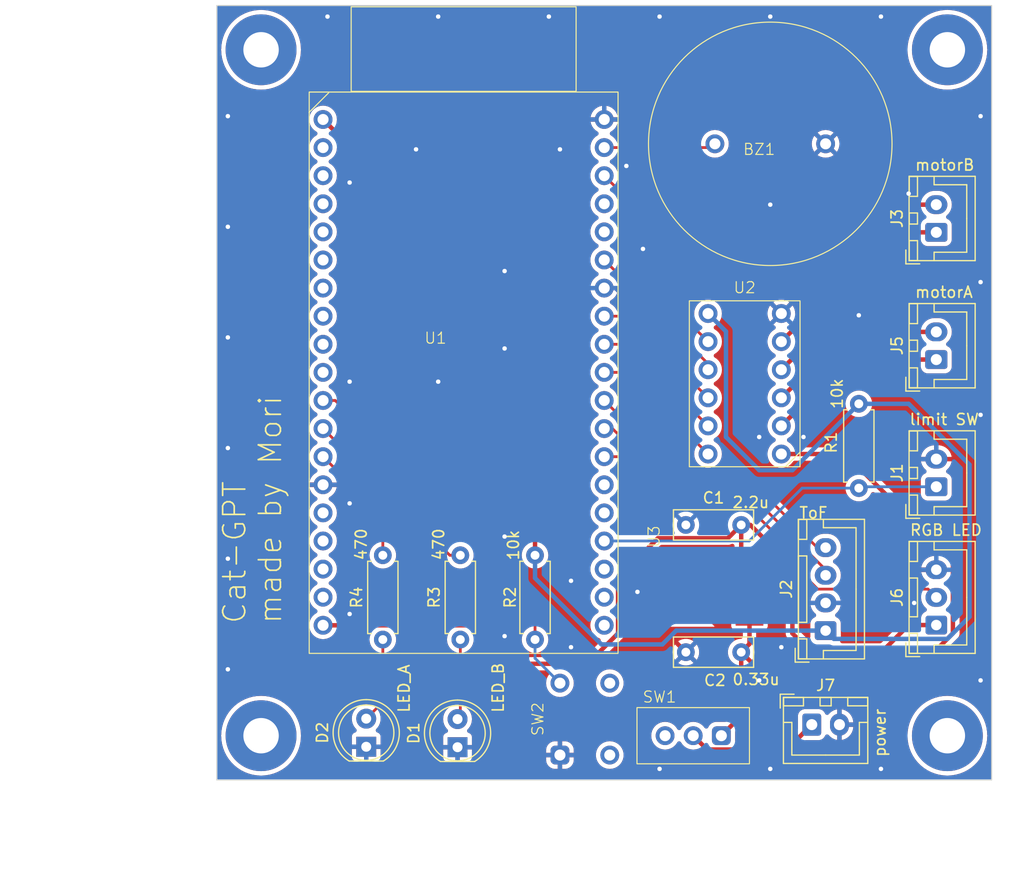
<source format=kicad_pcb>
(kicad_pcb (version 20221018) (generator pcbnew)
  (layers (0 "F.Cu" signal) (31 "B.Cu" signal) (34 "B.Paste" user) (35 "F.Paste" user) (36 "B.SilkS" user "B.Silkscreen") (37 "F.SilkS" user "F.Silkscreen") (38 "B.Mask" user) (39 "F.Mask" user) (44 "Edge.Cuts" user))
  (net 0 "")
  (net 1 "BUZZER")
  (net 2 "SCL")
  (net 3 "SDA")
  (net 4 "Net-(J3-Pin_1)")
  (net 5 "Net-(J3-Pin_2)")
  (net 6 "Net-(J5-Pin_1)")
  (net 7 "Net-(J5-Pin_2)")
  (net 15 "LED_A")
  (net 18 "BIN2")
  (net 19 "BIN1")
  (net 20 "AIN2")
  (net 23 "AIN1")
  (net 24 "MODE")
  (net 25 "LED_B")
  (net 26 "LIMIT_SW")
  (net 27 "+3.3V")
  (net 28 "GND")
  (net 29 "+5V")
  (net 31 "RGBLED")
  (net 32 "Net-(J7-Pin_1)")
  (net 33 "SW")
  (net 34 "VCC")
  (net 39 "Net-(D1-A)")
  (net 40 "Net-(D2-A)")
  (footprint "mori:PKM22EPP-40" (layer "F.Cu") (at 154 87.5 180)
    (fp_text reference "BZ1" (at 1 -0.5 unlocked) (layer "F.SilkS") (effects (font (thickness 0.1))))
    (fp_text value "Buzzer")
    (fp_circle (center 0 0) (end 11 0) (stroke (width 0.1)) (fill none) (layer "F.SilkS"))
    (pad "1" thru_hole circle (at 5 0 180) (size 1.7 1.7) (drill 1) (layers "*.Cu" "*.Mask") (net 1 "BUZZER"))
    (pad "2" thru_hole circle (at -5 0 180) (size 1.7 1.7) (drill 1) (layers "*.Cu" "*.Mask") (net 28 "GND"))
  )
  (footprint "Resistor_THT:R_Axial_DIN0207_L6.3mm_D2.5mm_P7.62mm_Horizontal" (layer "F.Cu") (at 162 111 -90)
    (fp_text reference "R1" (at 3.5 2.5 90) (layer "F.SilkS"))
    (fp_text value "10k")
    (fp_line (start 0.54 -1.37) (end 7.08 -1.37) (stroke (width 0.12)) (layer "F.SilkS"))
    (fp_line (start 0.54 -1.04) (end 0.54 -1.37) (stroke (width 0.12)) (layer "F.SilkS"))
    (fp_line (start 0.54 1.04) (end 0.54 1.37) (stroke (width 0.12)) (layer "F.SilkS"))
    (fp_line (start 0.54 1.37) (end 7.08 1.37) (stroke (width 0.12)) (layer "F.SilkS"))
    (fp_line (start 7.08 -1.37) (end 7.08 -1.04) (stroke (width 0.12)) (layer "F.SilkS"))
    (fp_line (start 7.08 1.37) (end 7.08 1.04) (stroke (width 0.12)) (layer "F.SilkS"))
    (pad "1" thru_hole circle (at 0 0 270) (size 1.6 1.6) (drill 0.8) (layers "*.Cu" "*.Mask") (net 27 "+3.3V"))
    (pad "2" thru_hole oval (at 7.62 0 270) (size 1.6 1.6) (drill 0.8) (layers "*.Cu" "*.Mask") (net 26 "LIMIT_SW"))
  )
  (footprint "mori:ESP32" (layer "F.Cu") (at 126.3 131.02)
    (fp_text reference "U1" (at -2.54 -25.96 unlocked) (layer "F.SilkS") (effects (font (thickness 0.1))))
    (fp_text value "~")
    (fp_line (start -12.192 -48.133) (end -13.97 -46.355) (stroke (width 0.1)) (layer "F.SilkS"))
    (fp_rect (start -13.95 -48.2) (end 13.95 2.54) (stroke (width 0.1)) (fill none) (layer "F.SilkS"))
    (fp_rect (start -10.16 -55.9054) (end 10.16 -48.26) (stroke (width 0.1)) (fill none) (layer "F.SilkS"))
    (pad "1" thru_hole circle (at -12.7 -45.72) (size 1.7 1.7) (drill 1) (layers "*.Cu" "*.Mask") (net 27 "+3.3V"))
    (pad "2" thru_hole oval (at -12.7 -43.18) (size 1.7 1.7) (drill 1) (layers "*.Cu" "*.Mask"))
    (pad "3" thru_hole oval (at -12.7 -40.64) (size 1.7 1.7) (drill 1) (layers "*.Cu" "*.Mask"))
    (pad "4" thru_hole oval (at -12.7 -38.1) (size 1.7 1.7) (drill 1) (layers "*.Cu" "*.Mask"))
    (pad "5" thru_hole oval (at -12.7 -35.56) (size 1.7 1.7) (drill 1) (layers "*.Cu" "*.Mask"))
    (pad "6" thru_hole oval (at -12.7 -33.02) (size 1.7 1.7) (drill 1) (layers "*.Cu" "*.Mask"))
    (pad "7" thru_hole oval (at -12.7 -30.48) (size 1.7 1.7) (drill 1) (layers "*.Cu" "*.Mask"))
    (pad "8" thru_hole oval (at -12.7 -27.94) (size 1.7 1.7) (drill 1) (layers "*.Cu" "*.Mask"))
    (pad "9" thru_hole oval (at -12.7 -25.4) (size 1.7 1.7) (drill 1) (layers "*.Cu" "*.Mask"))
    (pad "10" thru_hole oval (at -12.7 -22.86) (size 1.7 1.7) (drill 1) (layers "*.Cu" "*.Mask"))
    (pad "11" thru_hole oval (at -12.7 -20.32) (size 1.7 1.7) (drill 1) (layers "*.Cu" "*.Mask") (net 33 "SW"))
    (pad "12" thru_hole oval (at -12.7 -17.78) (size 1.7 1.7) (drill 1) (layers "*.Cu" "*.Mask") (net 15 "LED_A"))
    (pad "13" thru_hole oval (at -12.7 -15.24) (size 1.7 1.7) (drill 1) (layers "*.Cu" "*.Mask") (net 25 "LED_B"))
    (pad "14" thru_hole oval (at -12.7 -12.7) (size 1.7 1.7) (drill 1) (layers "*.Cu" "*.Mask") (net 28 "GND"))
    (pad "15" thru_hole oval (at -12.7 -10.16) (size 1.7 1.7) (drill 1) (layers "*.Cu" "*.Mask"))
    (pad "16" thru_hole oval (at -12.7 -7.62) (size 1.7 1.7) (drill 1) (layers "*.Cu" "*.Mask"))
    (pad "17" thru_hole oval (at -12.7 -5.08) (size 1.7 1.7) (drill 1) (layers "*.Cu" "*.Mask"))
    (pad "18" thru_hole oval (at -12.7 -2.54) (size 1.7 1.7) (drill 1) (layers "*.Cu" "*.Mask"))
    (pad "19" thru_hole oval (at -12.7 0) (size 1.7 1.7) (drill 1) (layers "*.Cu" "*.Mask") (net 29 "+5V"))
    (pad "20" thru_hole oval (at 12.7 0) (size 1.7 1.7) (drill 1) (layers "*.Cu" "*.Mask"))
    (pad "21" thru_hole oval (at 12.7 -2.54) (size 1.7 1.7) (drill 1) (layers "*.Cu" "*.Mask"))
    (pad "22" thru_hole oval (at 12.7 -5.08) (size 1.7 1.7) (drill 1) (layers "*.Cu" "*.Mask"))
    (pad "23" thru_hole oval (at 12.7 -7.62) (size 1.7 1.7) (drill 1) (layers "*.Cu" "*.Mask") (net 26 "LIMIT_SW"))
    (pad "24" thru_hole oval (at 12.7 -10.16) (size 1.7 1.7) (drill 1) (layers "*.Cu" "*.Mask"))
    (pad "25" thru_hole oval (at 12.7 -12.7) (size 1.7 1.7) (drill 1) (layers "*.Cu" "*.Mask"))
    (pad "26" thru_hole oval (at 12.7 -15.24) (size 1.7 1.7) (drill 1) (layers "*.Cu" "*.Mask") (net 31 "RGBLED"))
    (pad "27" thru_hole oval (at 12.7 -17.78) (size 1.7 1.7) (drill 1) (layers "*.Cu" "*.Mask") (net 3 "SDA"))
    (pad "28" thru_hole oval (at 12.7 -20.32) (size 1.7 1.7) (drill 1) (layers "*.Cu" "*.Mask") (net 2 "SCL"))
    (pad "29" thru_hole oval (at 12.7 -22.86) (size 1.7 1.7) (drill 1) (layers "*.Cu" "*.Mask") (net 18 "BIN2"))
    (pad "30" thru_hole oval (at 12.7 -25.4) (size 1.7 1.7) (drill 1) (layers "*.Cu" "*.Mask") (net 19 "BIN1"))
    (pad "31" thru_hole oval (at 12.7 -27.94) (size 1.7 1.7) (drill 1) (layers "*.Cu" "*.Mask") (net 20 "AIN2"))
    (pad "32" thru_hole oval (at 12.7 -30.48) (size 1.7 1.7) (drill 1) (layers "*.Cu" "*.Mask") (net 28 "GND"))
    (pad "33" thru_hole oval (at 12.7 -33.02) (size 1.7 1.7) (drill 1) (layers "*.Cu" "*.Mask") (net 23 "AIN1"))
    (pad "34" thru_hole oval (at 12.7 -35.56) (size 1.7 1.7) (drill 1) (layers "*.Cu" "*.Mask"))
    (pad "35" thru_hole oval (at 12.7 -38.1) (size 1.7 1.7) (drill 1) (layers "*.Cu" "*.Mask"))
    (pad "36" thru_hole oval (at 12.7 -40.64) (size 1.7 1.7) (drill 1) (layers "*.Cu" "*.Mask") (net 24 "MODE"))
    (pad "37" thru_hole oval (at 12.7 -43.18) (size 1.7 1.7) (drill 1) (layers "*.Cu" "*.Mask") (net 1 "BUZZER"))
    (pad "38" thru_hole oval (at 12.7 -45.72) (size 1.7 1.7) (drill 1) (layers "*.Cu" "*.Mask") (net 28 "GND"))
  )
  (footprint "Connector_JST:JST_XH_B4B-XH-A_1x04_P2.50mm_Vertical" (layer "F.Cu") (at 159 131.5 90)
    (fp_text reference "J2" (at 3.75 -3.55 90) (layer "F.SilkS"))
    (fp_text value "Conn_01x04")
    (fp_line (start -2.85 -2.75) (end -2.85 -1.5) (stroke (width 0.12)) (layer "F.SilkS"))
    (fp_line (start -2.56 -2.46) (end -2.56 3.51) (stroke (width 0.12)) (layer "F.SilkS"))
    (fp_line (start -2.56 3.51) (end 10.06 3.51) (stroke (width 0.12)) (layer "F.SilkS"))
    (fp_line (start -2.55 -2.45) (end -2.55 -1.7) (stroke (width 0.12)) (layer "F.SilkS"))
    (fp_line (start -2.55 -1.7) (end -0.75 -1.7) (stroke (width 0.12)) (layer "F.SilkS"))
    (fp_line (start -2.55 -0.2) (end -1.8 -0.2) (stroke (width 0.12)) (layer "F.SilkS"))
    (fp_line (start -1.8 -0.2) (end -1.8 2.75) (stroke (width 0.12)) (layer "F.SilkS"))
    (fp_line (start -1.8 2.75) (end 3.75 2.75) (stroke (width 0.12)) (layer "F.SilkS"))
    (fp_line (start -1.6 -2.75) (end -2.85 -2.75) (stroke (width 0.12)) (layer "F.SilkS"))
    (fp_line (start -0.75 -2.45) (end -2.55 -2.45) (stroke (width 0.12)) (layer "F.SilkS"))
    (fp_line (start -0.75 -1.7) (end -0.75 -2.45) (stroke (width 0.12)) (layer "F.SilkS"))
    (fp_line (start 0.75 -2.45) (end 0.75 -1.7) (stroke (width 0.12)) (layer "F.SilkS"))
    (fp_line (start 0.75 -1.7) (end 6.75 -1.7) (stroke (width 0.12)) (layer "F.SilkS"))
    (fp_line (start 6.75 -2.45) (end 0.75 -2.45) (stroke (width 0.12)) (layer "F.SilkS"))
    (fp_line (start 6.75 -1.7) (end 6.75 -2.45) (stroke (width 0.12)) (layer "F.SilkS"))
    (fp_line (start 8.25 -2.45) (end 8.25 -1.7) (stroke (width 0.12)) (layer "F.SilkS"))
    (fp_line (start 8.25 -1.7) (end 10.05 -1.7) (stroke (width 0.12)) (layer "F.SilkS"))
    (fp_line (start 9.3 -0.2) (end 9.3 2.75) (stroke (width 0.12)) (layer "F.SilkS"))
    (fp_line (start 9.3 2.75) (end 3.75 2.75) (stroke (width 0.12)) (layer "F.SilkS"))
    (fp_line (start 10.05 -2.45) (end 8.25 -2.45) (stroke (width 0.12)) (layer "F.SilkS"))
    (fp_line (start 10.05 -1.7) (end 10.05 -2.45) (stroke (width 0.12)) (layer "F.SilkS"))
    (fp_line (start 10.05 -0.2) (end 9.3 -0.2) (stroke (width 0.12)) (layer "F.SilkS"))
    (fp_line (start 10.06 -2.46) (end -2.56 -2.46) (stroke (width 0.12)) (layer "F.SilkS"))
    (fp_line (start 10.06 3.51) (end 10.06 -2.46) (stroke (width 0.12)) (layer "F.SilkS"))
    (pad "1" thru_hole roundrect (at 0 0 90) (size 1.7 1.95) (drill 0.95) (layers "*.Cu" "*.Mask") (roundrect_rratio 0.1470588235) (net 27 "+3.3V"))
    (pad "2" thru_hole oval (at 2.5 0 90) (size 1.7 1.95) (drill 0.95) (layers "*.Cu" "*.Mask") (net 28 "GND"))
    (pad "3" thru_hole oval (at 5 0 90) (size 1.7 1.95) (drill 0.95) (layers "*.Cu" "*.Mask") (net 3 "SDA"))
    (pad "4" thru_hole oval (at 7.5 0 90) (size 1.7 1.95) (drill 0.95) (layers "*.Cu" "*.Mask") (net 2 "SCL"))
  )
  (footprint "MountingHole:MountingHole_3.2mm_M3_Pad" (layer "F.Cu") (at 108 79)
    (fp_text reference "H1" hide)
    (fp_text value "MountingHole_Pad")
    (pad "1" thru_hole circle (at 0 0) (size 6.4 6.4) (drill 3.2) (layers "*.Cu" "*.Mask"))
  )
  (footprint "Capacitor_THT:C_Disc_D7.0mm_W2.5mm_P5.00mm" (layer "F.Cu") (at 151.375 121.95 180)
    (fp_text reference "C1" (at 2.5 2.45) (layer "F.SilkS"))
    (fp_text value "2.2u")
    (fp_line (start -1.12 -1.37) (end -1.12 1.37) (stroke (width 0.12)) (layer "F.SilkS"))
    (fp_line (start -1.12 -1.37) (end 6.12 -1.37) (stroke (width 0.12)) (layer "F.SilkS"))
    (fp_line (start -1.12 1.37) (end 6.12 1.37) (stroke (width 0.12)) (layer "F.SilkS"))
    (fp_line (start 6.12 -1.37) (end 6.12 1.37) (stroke (width 0.12)) (layer "F.SilkS"))
    (pad "1" thru_hole circle (at 0 0 180) (size 1.6 1.6) (drill 0.8) (layers "*.Cu" "*.Mask") (net 29 "+5V"))
    (pad "2" thru_hole circle (at 5 0 180) (size 1.6 1.6) (drill 0.8) (layers "*.Cu" "*.Mask") (net 28 "GND"))
  )
  (footprint "MountingHole:MountingHole_3.2mm_M3_Pad" (layer "F.Cu") (at 108 141)
    (fp_text reference "H4" hide)
    (fp_text value "MountingHole_Pad")
    (pad "1" thru_hole circle (at 0 0) (size 6.4 6.4) (drill 3.2) (layers "*.Cu" "*.Mask"))
  )
  (footprint "Connector_JST:JST_XH_B2B-XH-A_1x02_P2.50mm_Vertical" (layer "F.Cu") (at 169 118.5 90)
    (fp_text reference "J1" (at 1.25 -3.55 90) (layer "F.SilkS"))
    (fp_text value "Conn_01x02")
    (fp_line (start -2.85 -2.75) (end -2.85 -1.5) (stroke (width 0.12)) (layer "F.SilkS"))
    (fp_line (start -2.56 -2.46) (end -2.56 3.51) (stroke (width 0.12)) (layer "F.SilkS"))
    (fp_line (start -2.56 3.51) (end 5.06 3.51) (stroke (width 0.12)) (layer "F.SilkS"))
    (fp_line (start -2.55 -2.45) (end -2.55 -1.7) (stroke (width 0.12)) (layer "F.SilkS"))
    (fp_line (start -2.55 -1.7) (end -0.75 -1.7) (stroke (width 0.12)) (layer "F.SilkS"))
    (fp_line (start -2.55 -0.2) (end -1.8 -0.2) (stroke (width 0.12)) (layer "F.SilkS"))
    (fp_line (start -1.8 -0.2) (end -1.8 2.75) (stroke (width 0.12)) (layer "F.SilkS"))
    (fp_line (start -1.8 2.75) (end 1.25 2.75) (stroke (width 0.12)) (layer "F.SilkS"))
    (fp_line (start -1.6 -2.75) (end -2.85 -2.75) (stroke (width 0.12)) (layer "F.SilkS"))
    (fp_line (start -0.75 -2.45) (end -2.55 -2.45) (stroke (width 0.12)) (layer "F.SilkS"))
    (fp_line (start -0.75 -1.7) (end -0.75 -2.45) (stroke (width 0.12)) (layer "F.SilkS"))
    (fp_line (start 0.75 -2.45) (end 0.75 -1.7) (stroke (width 0.12)) (layer "F.SilkS"))
    (fp_line (start 0.75 -1.7) (end 1.75 -1.7) (stroke (width 0.12)) (layer "F.SilkS"))
    (fp_line (start 1.75 -2.45) (end 0.75 -2.45) (stroke (width 0.12)) (layer "F.SilkS"))
    (fp_line (start 1.75 -1.7) (end 1.75 -2.45) (stroke (width 0.12)) (layer "F.SilkS"))
    (fp_line (start 3.25 -2.45) (end 3.25 -1.7) (stroke (width 0.12)) (layer "F.SilkS"))
    (fp_line (start 3.25 -1.7) (end 5.05 -1.7) (stroke (width 0.12)) (layer "F.SilkS"))
    (fp_line (start 4.3 -0.2) (end 4.3 2.75) (stroke (width 0.12)) (layer "F.SilkS"))
    (fp_line (start 4.3 2.75) (end 1.25 2.75) (stroke (width 0.12)) (layer "F.SilkS"))
    (fp_line (start 5.05 -2.45) (end 3.25 -2.45) (stroke (width 0.12)) (layer "F.SilkS"))
    (fp_line (start 5.05 -1.7) (end 5.05 -2.45) (stroke (width 0.12)) (layer "F.SilkS"))
    (fp_line (start 5.05 -0.2) (end 4.3 -0.2) (stroke (width 0.12)) (layer "F.SilkS"))
    (fp_line (start 5.06 -2.46) (end -2.56 -2.46) (stroke (width 0.12)) (layer "F.SilkS"))
    (fp_line (start 5.06 3.51) (end 5.06 -2.46) (stroke (width 0.12)) (layer "F.SilkS"))
    (pad "1" thru_hole roundrect (at 0 0 90) (size 1.7 2) (drill 1) (layers "*.Cu" "*.Mask") (roundrect_rratio 0.1470588235) (net 26 "LIMIT_SW"))
    (pad "2" thru_hole oval (at 2.5 0 90) (size 1.7 2) (drill 1) (layers "*.Cu" "*.Mask") (net 28 "GND"))
  )
  (footprint "Resistor_THT:R_Axial_DIN0207_L6.3mm_D2.5mm_P7.62mm_Horizontal" (layer "F.Cu") (at 119 132.31 90)
    (fp_text reference "R4" (at 3.81 -2.37 90) (layer "F.SilkS"))
    (fp_text value "470")
    (fp_line (start 0.54 -1.37) (end 7.08 -1.37) (stroke (width 0.12)) (layer "F.SilkS"))
    (fp_line (start 0.54 -1.04) (end 0.54 -1.37) (stroke (width 0.12)) (layer "F.SilkS"))
    (fp_line (start 0.54 1.04) (end 0.54 1.37) (stroke (width 0.12)) (layer "F.SilkS"))
    (fp_line (start 0.54 1.37) (end 7.08 1.37) (stroke (width 0.12)) (layer "F.SilkS"))
    (fp_line (start 7.08 -1.37) (end 7.08 -1.04) (stroke (width 0.12)) (layer "F.SilkS"))
    (fp_line (start 7.08 1.37) (end 7.08 1.04) (stroke (width 0.12)) (layer "F.SilkS"))
    (pad "1" thru_hole circle (at 0 0 90) (size 1.6 1.6) (drill 0.8) (layers "*.Cu" "*.Mask") (net 40 "Net-(D2-A)"))
    (pad "2" thru_hole oval (at 7.62 0 90) (size 1.6 1.6) (drill 0.8) (layers "*.Cu" "*.Mask") (net 25 "LED_B"))
  )
  (footprint "Connector_JST:JST_XH_B2B-XH-A_1x02_P2.50mm_Vertical" (layer "F.Cu") (at 169 95.5 90)
    (fp_text reference "J3" (at 1.25 -3.55 90) (layer "F.SilkS"))
    (fp_text value "Conn_01x02")
    (fp_line (start -2.85 -2.75) (end -2.85 -1.5) (stroke (width 0.12)) (layer "F.SilkS"))
    (fp_line (start -2.56 -2.46) (end -2.56 3.51) (stroke (width 0.12)) (layer "F.SilkS"))
    (fp_line (start -2.56 3.51) (end 5.06 3.51) (stroke (width 0.12)) (layer "F.SilkS"))
    (fp_line (start -2.55 -2.45) (end -2.55 -1.7) (stroke (width 0.12)) (layer "F.SilkS"))
    (fp_line (start -2.55 -1.7) (end -0.75 -1.7) (stroke (width 0.12)) (layer "F.SilkS"))
    (fp_line (start -2.55 -0.2) (end -1.8 -0.2) (stroke (width 0.12)) (layer "F.SilkS"))
    (fp_line (start -1.8 -0.2) (end -1.8 2.75) (stroke (width 0.12)) (layer "F.SilkS"))
    (fp_line (start -1.8 2.75) (end 1.25 2.75) (stroke (width 0.12)) (layer "F.SilkS"))
    (fp_line (start -1.6 -2.75) (end -2.85 -2.75) (stroke (width 0.12)) (layer "F.SilkS"))
    (fp_line (start -0.75 -2.45) (end -2.55 -2.45) (stroke (width 0.12)) (layer "F.SilkS"))
    (fp_line (start -0.75 -1.7) (end -0.75 -2.45) (stroke (width 0.12)) (layer "F.SilkS"))
    (fp_line (start 0.75 -2.45) (end 0.75 -1.7) (stroke (width 0.12)) (layer "F.SilkS"))
    (fp_line (start 0.75 -1.7) (end 1.75 -1.7) (stroke (width 0.12)) (layer "F.SilkS"))
    (fp_line (start 1.75 -2.45) (end 0.75 -2.45) (stroke (width 0.12)) (layer "F.SilkS"))
    (fp_line (start 1.75 -1.7) (end 1.75 -2.45) (stroke (width 0.12)) (layer "F.SilkS"))
    (fp_line (start 3.25 -2.45) (end 3.25 -1.7) (stroke (width 0.12)) (layer "F.SilkS"))
    (fp_line (start 3.25 -1.7) (end 5.05 -1.7) (stroke (width 0.12)) (layer "F.SilkS"))
    (fp_line (start 4.3 -0.2) (end 4.3 2.75) (stroke (width 0.12)) (layer "F.SilkS"))
    (fp_line (start 4.3 2.75) (end 1.25 2.75) (stroke (width 0.12)) (layer "F.SilkS"))
    (fp_line (start 5.05 -2.45) (end 3.25 -2.45) (stroke (width 0.12)) (layer "F.SilkS"))
    (fp_line (start 5.05 -1.7) (end 5.05 -2.45) (stroke (width 0.12)) (layer "F.SilkS"))
    (fp_line (start 5.05 -0.2) (end 4.3 -0.2) (stroke (width 0.12)) (layer "F.SilkS"))
    (fp_line (start 5.06 -2.46) (end -2.56 -2.46) (stroke (width 0.12)) (layer "F.SilkS"))
    (fp_line (start 5.06 3.51) (end 5.06 -2.46) (stroke (width 0.12)) (layer "F.SilkS"))
    (pad "1" thru_hole roundrect (at 0 0 90) (size 1.7 2) (drill 1) (layers "*.Cu" "*.Mask") (roundrect_rratio 0.1470588235) (net 4 "Net-(J3-Pin_1)"))
    (pad "2" thru_hole oval (at 2.5 0 90) (size 1.7 2) (drill 1) (layers "*.Cu" "*.Mask") (net 5 "Net-(J3-Pin_2)"))
  )
  (footprint "mori:tact_switch" (layer "F.Cu") (at 137.25 139.5 90)
    (fp_text reference "SW2" (at 0 -4.25 90 unlocked) (layer "F.SilkS") (effects (font (thickness 0.1))))
    (fp_text value "SW_Push")
    (pad "1" thru_hole roundrect (at -3.25 -2.25 90) (size 1.7 1.7) (drill 1) (layers "*.Cu" "*.Mask") (net 28 "GND"))
    (pad "2" thru_hole circle (at 3.25 -2.25 90) (size 1.7 1.7) (drill 1) (layers "*.Cu" "*.Mask") (net 33 "SW"))
    (pad "3" thru_hole circle (at -3.25 2.25 90) (size 1.7 1.7) (drill 1) (layers "*.Cu" "*.Mask"))
    (pad "4" thru_hole circle (at 3.25 2.25 90) (size 1.7 1.7) (drill 1) (layers "*.Cu" "*.Mask"))
  )
  (footprint "mori:DRV8835" (layer "F.Cu") (at 151.69 113 180)
    (fp_text reference "U2" (at 0 12.5 unlocked) (layer "F.SilkS") (effects (font (thickness 0.1))))
    (fp_text value "DRV8835" hide)
    (fp_line (start -3.683 -3.683) (end -4.953 -2.413) (stroke (width 0.1)) (layer "F.SilkS"))
    (fp_rect (start -5 11.31) (end 5 -3.69) (stroke (width 0.1)) (fill none) (layer "F.SilkS"))
    (pad "1" thru_hole circle (at -3.31 -2.54 180) (size 1.7 1.7) (drill 1) (layers "*.Cu" "*.Mask") (net 34 "VCC"))
    (pad "2" thru_hole circle (at -3.31 0 180) (size 1.7 1.7) (drill 1) (layers "*.Cu" "*.Mask") (net 6 "Net-(J5-Pin_1)"))
    (pad "3" thru_hole circle (at -3.31 2.54 180) (size 1.7 1.7) (drill 1) (layers "*.Cu" "*.Mask") (net 7 "Net-(J5-Pin_2)"))
    (pad "4" thru_hole circle (at -3.31 5.08 180) (size 1.7 1.7) (drill 1) (layers "*.Cu" "*.Mask") (net 4 "Net-(J3-Pin_1)"))
    (pad "5" thru_hole circle (at -3.31 7.62 180) (size 1.7 1.7) (drill 1) (layers "*.Cu" "*.Mask") (net 5 "Net-(J3-Pin_2)"))
    (pad "6" thru_hole circle (at -3.31 10.16 180) (size 1.7 1.7) (drill 1) (layers "*.Cu" "*.Mask") (net 28 "GND"))
    (pad "7" thru_hole circle (at 3.31 10.16 180) (size 1.7 1.7) (drill 1) (layers "*.Cu" "*.Mask") (net 27 "+3.3V"))
    (pad "8" thru_hole circle (at 3.31 7.62 180) (size 1.7 1.7) (drill 1) (layers "*.Cu" "*.Mask") (net 24 "MODE"))
    (pad "9" thru_hole circle (at 3.31 5.08 180) (size 1.7 1.7) (drill 1) (layers "*.Cu" "*.Mask") (net 23 "AIN1"))
    (pad "10" thru_hole circle (at 3.31 2.54 180) (size 1.7 1.7) (drill 1) (layers "*.Cu" "*.Mask") (net 20 "AIN2"))
    (pad "11" thru_hole circle (at 3.31 0 180) (size 1.7 1.7) (drill 1) (layers "*.Cu" "*.Mask") (net 19 "BIN1"))
    (pad "12" thru_hole circle (at 3.31 -2.54 180) (size 1.7 1.7) (drill 1) (layers "*.Cu" "*.Mask") (net 18 "BIN2"))
  )
  (footprint "mori:switch" (layer "F.Cu") (at 147.04 141 180)
    (fp_text reference "SW1" (at 3.04 3.5 unlocked) (layer "F.SilkS") (effects (font (thickness 0.1))))
    (fp_text value "SW_SPDT")
    (fp_rect (start -5.08 -2.54) (end 5.08 2.54) (stroke (width 0.1)) (fill none) (layer "F.SilkS"))
    (pad "1" thru_hole roundrect (at -2.54 0 180) (size 1.7 1.7) (drill 1) (layers "*.Cu" "*.Mask") (net 34 "VCC"))
    (pad "2" thru_hole circle (at 0 0 180) (size 1.7 1.7) (drill 1) (layers "*.Cu" "*.Mask") (net 32 "Net-(J7-Pin_1)"))
    (pad "3" thru_hole circle (at 2.54 0 180) (size 1.7 1.7) (drill 1) (layers "*.Cu" "*.Mask"))
  )
  (footprint "Connector_JST:JST_XH_B3B-XH-A_1x03_P2.50mm_Vertical" (layer "F.Cu") (at 169 131 90)
    (fp_text reference "J6" (at 2.5 -3.55 90) (layer "F.SilkS"))
    (fp_text value "Conn_01x03")
    (fp_line (start -2.85 -2.75) (end -2.85 -1.5) (stroke (width 0.12)) (layer "F.SilkS"))
    (fp_line (start -2.56 -2.46) (end -2.56 3.51) (stroke (width 0.12)) (layer "F.SilkS"))
    (fp_line (start -2.56 3.51) (end 7.56 3.51) (stroke (width 0.12)) (layer "F.SilkS"))
    (fp_line (start -2.55 -2.45) (end -2.55 -1.7) (stroke (width 0.12)) (layer "F.SilkS"))
    (fp_line (start -2.55 -1.7) (end -0.75 -1.7) (stroke (width 0.12)) (layer "F.SilkS"))
    (fp_line (start -2.55 -0.2) (end -1.8 -0.2) (stroke (width 0.12)) (layer "F.SilkS"))
    (fp_line (start -1.8 -0.2) (end -1.8 2.75) (stroke (width 0.12)) (layer "F.SilkS"))
    (fp_line (start -1.8 2.75) (end 2.5 2.75) (stroke (width 0.12)) (layer "F.SilkS"))
    (fp_line (start -1.6 -2.75) (end -2.85 -2.75) (stroke (width 0.12)) (layer "F.SilkS"))
    (fp_line (start -0.75 -2.45) (end -2.55 -2.45) (stroke (width 0.12)) (layer "F.SilkS"))
    (fp_line (start -0.75 -1.7) (end -0.75 -2.45) (stroke (width 0.12)) (layer "F.SilkS"))
    (fp_line (start 0.75 -2.45) (end 0.75 -1.7) (stroke (width 0.12)) (layer "F.SilkS"))
    (fp_line (start 0.75 -1.7) (end 4.25 -1.7) (stroke (width 0.12)) (layer "F.SilkS"))
    (fp_line (start 4.25 -2.45) (end 0.75 -2.45) (stroke (width 0.12)) (layer "F.SilkS"))
    (fp_line (start 4.25 -1.7) (end 4.25 -2.45) (stroke (width 0.12)) (layer "F.SilkS"))
    (fp_line (start 5.75 -2.45) (end 5.75 -1.7) (stroke (width 0.12)) (layer "F.SilkS"))
    (fp_line (start 5.75 -1.7) (end 7.55 -1.7) (stroke (width 0.12)) (layer "F.SilkS"))
    (fp_line (start 6.8 -0.2) (end 6.8 2.75) (stroke (width 0.12)) (layer "F.SilkS"))
    (fp_line (start 6.8 2.75) (end 2.5 2.75) (stroke (width 0.12)) (layer "F.SilkS"))
    (fp_line (start 7.55 -2.45) (end 5.75 -2.45) (stroke (width 0.12)) (layer "F.SilkS"))
    (fp_line (start 7.55 -1.7) (end 7.55 -2.45) (stroke (width 0.12)) (layer "F.SilkS"))
    (fp_line (start 7.55 -0.2) (end 6.8 -0.2) (stroke (width 0.12)) (layer "F.SilkS"))
    (fp_line (start 7.56 -2.46) (end -2.56 -2.46) (stroke (width 0.12)) (layer "F.SilkS"))
    (fp_line (start 7.56 3.51) (end 7.56 -2.46) (stroke (width 0.12)) (layer "F.SilkS"))
    (pad "1" thru_hole roundrect (at 0 0 90) (size 1.7 1.95) (drill 0.95) (layers "*.Cu" "*.Mask") (roundrect_rratio 0.1470588235) (net 29 "+5V"))
    (pad "2" thru_hole oval (at 2.5 0 90) (size 1.7 1.95) (drill 0.95) (layers "*.Cu" "*.Mask") (net 31 "RGBLED"))
    (pad "3" thru_hole oval (at 5 0 90) (size 1.7 1.95) (drill 0.95) (layers "*.Cu" "*.Mask") (net 28 "GND"))
  )
  (footprint "Resistor_THT:R_Axial_DIN0207_L6.3mm_D2.5mm_P7.62mm_Horizontal" (layer "F.Cu") (at 126 132.31 90)
    (fp_text reference "R3" (at 3.81 -2.37 90) (layer "F.SilkS"))
    (fp_text value "470")
    (fp_line (start 0.54 -1.37) (end 7.08 -1.37) (stroke (width 0.12)) (layer "F.SilkS"))
    (fp_line (start 0.54 -1.04) (end 0.54 -1.37) (stroke (width 0.12)) (layer "F.SilkS"))
    (fp_line (start 0.54 1.04) (end 0.54 1.37) (stroke (width 0.12)) (layer "F.SilkS"))
    (fp_line (start 0.54 1.37) (end 7.08 1.37) (stroke (width 0.12)) (layer "F.SilkS"))
    (fp_line (start 7.08 -1.37) (end 7.08 -1.04) (stroke (width 0.12)) (layer "F.SilkS"))
    (fp_line (start 7.08 1.37) (end 7.08 1.04) (stroke (width 0.12)) (layer "F.SilkS"))
    (pad "1" thru_hole circle (at 0 0 90) (size 1.6 1.6) (drill 0.8) (layers "*.Cu" "*.Mask") (net 39 "Net-(D1-A)"))
    (pad "2" thru_hole oval (at 7.62 0 90) (size 1.6 1.6) (drill 0.8) (layers "*.Cu" "*.Mask") (net 15 "LED_A"))
  )
  (footprint "mori:NJM2845" (layer "F.Cu") (at 153.375 127.75 90)
    (fp_text reference "U3" (at 4.75 -9.875 90 unlocked) (layer "F.SilkS") (effects (font (thickness 0.1))))
    (fp_text value "NJM2845DL-05")
    (pad "1" smd rect (at -2.3 -1.25 90) (size 2 2.5) (layers "F.Cu" "F.Mask") (net 34 "VCC"))
    (pad "2" smd rect (at 0 -7.5 90) (size 6 6) (layers "F.Cu" "F.Paste" "F.Mask") (net 28 "GND"))
    (pad "3" smd rect (at 2.3 -1.25 90) (size 2 2.5) (layers "F.Cu" "F.Paste" "F.Mask") (net 29 "+5V"))
  )
  (footprint "LED_THT:LED_D5.0mm" (layer "F.Cu") (at 125.75 142.04 90)
    (fp_text reference "D1" (at 1.27 -3.96 90) (layer "F.SilkS"))
    (fp_text value "LED BLUE")
    (fp_line (start -1.29 -1.545) (end -1.29 1.545) (stroke (width 0.12)) (layer "F.SilkS"))
    (fp_arc (start -1.29 -1.54483) (mid 2.072002 -2.880433) (end 4.26 0.000462) (stroke (width 0.12)) (layer "F.SilkS"))
    (fp_arc (start 4.26 -0.000462) (mid 2.072002 2.880433) (end -1.29 1.54483) (stroke (width 0.12)) (layer "F.SilkS"))
    (fp_circle (center 1.27 0) (end 3.77 0) (stroke (width 0.12)) (fill none) (layer "F.SilkS"))
    (pad "1" thru_hole rect (at 0 0 90) (size 1.8 1.8) (drill 0.9) (layers "*.Cu" "*.Mask") (net 28 "GND"))
    (pad "2" thru_hole circle (at 2.54 0 90) (size 1.8 1.8) (drill 0.9) (layers "*.Cu" "*.Mask") (net 39 "Net-(D1-A)"))
  )
  (footprint "Resistor_THT:R_Axial_DIN0207_L6.3mm_D2.5mm_P7.62mm_Horizontal" (layer "F.Cu") (at 132.75 124.69 -90)
    (fp_text reference "R2" (at 3.81 2.25 90) (layer "F.SilkS"))
    (fp_text value "10k")
    (fp_line (start 0.54 -1.37) (end 7.08 -1.37) (stroke (width 0.12)) (layer "F.SilkS"))
    (fp_line (start 0.54 -1.04) (end 0.54 -1.37) (stroke (width 0.12)) (layer "F.SilkS"))
    (fp_line (start 0.54 1.04) (end 0.54 1.37) (stroke (width 0.12)) (layer "F.SilkS"))
    (fp_line (start 0.54 1.37) (end 7.08 1.37) (stroke (width 0.12)) (layer "F.SilkS"))
    (fp_line (start 7.08 -1.37) (end 7.08 -1.04) (stroke (width 0.12)) (layer "F.SilkS"))
    (fp_line (start 7.08 1.37) (end 7.08 1.04) (stroke (width 0.12)) (layer "F.SilkS"))
    (pad "1" thru_hole circle (at 0 0 270) (size 1.6 1.6) (drill 0.8) (layers "*.Cu" "*.Mask") (net 27 "+3.3V"))
    (pad "2" thru_hole oval (at 7.62 0 270) (size 1.6 1.6) (drill 0.8) (layers "*.Cu" "*.Mask") (net 33 "SW"))
  )
  (footprint "MountingHole:MountingHole_3.2mm_M3_Pad" (layer "F.Cu") (at 170 79)
    (fp_text reference "H2" hide)
    (fp_text value "MountingHole_Pad")
    (pad "1" thru_hole circle (at 0 0) (size 6.4 6.4) (drill 3.2) (layers "*.Cu" "*.Mask"))
  )
  (footprint "MountingHole:MountingHole_3.2mm_M3_Pad" (layer "F.Cu") (at 170 141)
    (fp_text reference "H3" hide)
    (fp_text value "MountingHole_Pad")
    (pad "1" thru_hole circle (at 0 0) (size 6.4 6.4) (drill 3.2) (layers "*.Cu" "*.Mask"))
  )
  (footprint "Connector_JST:JST_XH_B2B-XH-A_1x02_P2.50mm_Vertical" (layer "F.Cu") (at 169 107 90)
    (fp_text reference "J5" (at 1.25 -3.55 90) (layer "F.SilkS"))
    (fp_text value "Conn_01x02")
    (fp_line (start -2.85 -2.75) (end -2.85 -1.5) (stroke (width 0.12)) (layer "F.SilkS"))
    (fp_line (start -2.56 -2.46) (end -2.56 3.51) (stroke (width 0.12)) (layer "F.SilkS"))
    (fp_line (start -2.56 3.51) (end 5.06 3.51) (stroke (width 0.12)) (layer "F.SilkS"))
    (fp_line (start -2.55 -2.45) (end -2.55 -1.7) (stroke (width 0.12)) (layer "F.SilkS"))
    (fp_line (start -2.55 -1.7) (end -0.75 -1.7) (stroke (width 0.12)) (layer "F.SilkS"))
    (fp_line (start -2.55 -0.2) (end -1.8 -0.2) (stroke (width 0.12)) (layer "F.SilkS"))
    (fp_line (start -1.8 -0.2) (end -1.8 2.75) (stroke (width 0.12)) (layer "F.SilkS"))
    (fp_line (start -1.8 2.75) (end 1.25 2.75) (stroke (width 0.12)) (layer "F.SilkS"))
    (fp_line (start -1.6 -2.75) (end -2.85 -2.75) (stroke (width 0.12)) (layer "F.SilkS"))
    (fp_line (start -0.75 -2.45) (end -2.55 -2.45) (stroke (width 0.12)) (layer "F.SilkS"))
    (fp_line (start -0.75 -1.7) (end -0.75 -2.45) (stroke (width 0.12)) (layer "F.SilkS"))
    (fp_line (start 0.75 -2.45) (end 0.75 -1.7) (stroke (width 0.12)) (layer "F.SilkS"))
    (fp_line (start 0.75 -1.7) (end 1.75 -1.7) (stroke (width 0.12)) (layer "F.SilkS"))
    (fp_line (start 1.75 -2.45) (end 0.75 -2.45) (stroke (width 0.12)) (layer "F.SilkS"))
    (fp_line (start 1.75 -1.7) (end 1.75 -2.45) (stroke (width 0.12)) (layer "F.SilkS"))
    (fp_line (start 3.25 -2.45) (end 3.25 -1.7) (stroke (width 0.12)) (layer "F.SilkS"))
    (fp_line (start 3.25 -1.7) (end 5.05 -1.7) (stroke (width 0.12)) (layer "F.SilkS"))
    (fp_line (start 4.3 -0.2) (end 4.3 2.75) (stroke (width 0.12)) (layer "F.SilkS"))
    (fp_line (start 4.3 2.75) (end 1.25 2.75) (stroke (width 0.12)) (layer "F.SilkS"))
    (fp_line (start 5.05 -2.45) (end 3.25 -2.45) (stroke (width 0.12)) (layer "F.SilkS"))
    (fp_line (start 5.05 -1.7) (end 5.05 -2.45) (stroke (width 0.12)) (layer "F.SilkS"))
    (fp_line (start 5.05 -0.2) (end 4.3 -0.2) (stroke (width 0.12)) (layer "F.SilkS"))
    (fp_line (start 5.06 -2.46) (end -2.56 -2.46) (stroke (width 0.12)) (layer "F.SilkS"))
    (fp_line (start 5.06 3.51) (end 5.06 -2.46) (stroke (width 0.12)) (layer "F.SilkS"))
    (pad "1" thru_hole roundrect (at 0 0 90) (size 1.7 2) (drill 1) (layers "*.Cu" "*.Mask") (roundrect_rratio 0.1470588235) (net 6 "Net-(J5-Pin_1)"))
    (pad "2" thru_hole oval (at 2.5 0 90) (size 1.7 2) (drill 1) (layers "*.Cu" "*.Mask") (net 7 "Net-(J5-Pin_2)"))
  )
  (footprint "Connector_JST:JST_XH_B2B-XH-A_1x02_P2.50mm_Vertical" (layer "F.Cu") (at 157.75 140)
    (fp_text reference "J7" (at 1.25 -3.55) (layer "F.SilkS"))
    (fp_text value "Conn_01x02")
    (fp_line (start -2.85 -2.75) (end -2.85 -1.5) (stroke (width 0.12)) (layer "F.SilkS"))
    (fp_line (start -2.56 -2.46) (end -2.56 3.51) (stroke (width 0.12)) (layer "F.SilkS"))
    (fp_line (start -2.56 3.51) (end 5.06 3.51) (stroke (width 0.12)) (layer "F.SilkS"))
    (fp_line (start -2.55 -2.45) (end -2.55 -1.7) (stroke (width 0.12)) (layer "F.SilkS"))
    (fp_line (start -2.55 -1.7) (end -0.75 -1.7) (stroke (width 0.12)) (layer "F.SilkS"))
    (fp_line (start -2.55 -0.2) (end -1.8 -0.2) (stroke (width 0.12)) (layer "F.SilkS"))
    (fp_line (start -1.8 -0.2) (end -1.8 2.75) (stroke (width 0.12)) (layer "F.SilkS"))
    (fp_line (start -1.8 2.75) (end 1.25 2.75) (stroke (width 0.12)) (layer "F.SilkS"))
    (fp_line (start -1.6 -2.75) (end -2.85 -2.75) (stroke (width 0.12)) (layer "F.SilkS"))
    (fp_line (start -0.75 -2.45) (end -2.55 -2.45) (stroke (width 0.12)) (layer "F.SilkS"))
    (fp_line (start -0.75 -1.7) (end -0.75 -2.45) (stroke (width 0.12)) (layer "F.SilkS"))
    (fp_line (start 0.75 -2.45) (end 0.75 -1.7) (stroke (width 0.12)) (layer "F.SilkS"))
    (fp_line (start 0.75 -1.7) (end 1.75 -1.7) (stroke (width 0.12)) (layer "F.SilkS"))
    (fp_line (start 1.75 -2.45) (end 0.75 -2.45) (stroke (width 0.12)) (layer "F.SilkS"))
    (fp_line (start 1.75 -1.7) (end 1.75 -2.45) (stroke (width 0.12)) (layer "F.SilkS"))
    (fp_line (start 3.25 -2.45) (end 3.25 -1.7) (stroke (width 0.12)) (layer "F.SilkS"))
    (fp_line (start 3.25 -1.7) (end 5.05 -1.7) (stroke (width 0.12)) (layer "F.SilkS"))
    (fp_line (start 4.3 -0.2) (end 4.3 2.75) (stroke (width 0.12)) (layer "F.SilkS"))
    (fp_line (start 4.3 2.75) (end 1.25 2.75) (stroke (width 0.12)) (layer "F.SilkS"))
    (fp_line (start 5.05 -2.45) (end 3.25 -2.45) (stroke (width 0.12)) (layer "F.SilkS"))
    (fp_line (start 5.05 -1.7) (end 5.05 -2.45) (stroke (width 0.12)) (layer "F.SilkS"))
    (fp_line (start 5.05 -0.2) (end 4.3 -0.2) (stroke (width 0.12)) (layer "F.SilkS"))
    (fp_line (start 5.06 -2.46) (end -2.56 -2.46) (stroke (width 0.12)) (layer "F.SilkS"))
    (fp_line (start 5.06 3.51) (end 5.06 -2.46) (stroke (width 0.12)) (layer "F.SilkS"))
    (pad "1" thru_hole roundrect (at 0 0) (size 1.7 2) (drill 1) (layers "*.Cu" "*.Mask") (roundrect_rratio 0.1470588235) (net 32 "Net-(J7-Pin_1)"))
    (pad "2" thru_hole oval (at 2.5 0) (size 1.7 2) (drill 1) (layers "*.Cu" "*.Mask") (net 28 "GND"))
  )
  (footprint "LED_THT:LED_D5.0mm" (layer "F.Cu") (at 117.5 142 90)
    (fp_text reference "D2" (at 1.27 -3.96 90) (layer "F.SilkS"))
    (fp_text value "LED WHITE")
    (fp_line (start -1.29 -1.545) (end -1.29 1.545) (stroke (width 0.12)) (layer "F.SilkS"))
    (fp_arc (start -1.29 -1.54483) (mid 2.072002 -2.880433) (end 4.26 0.000462) (stroke (width 0.12)) (layer "F.SilkS"))
    (fp_arc (start 4.26 -0.000462) (mid 2.072002 2.880433) (end -1.29 1.54483) (stroke (width 0.12)) (layer "F.SilkS"))
    (fp_circle (center 1.27 0) (end 3.77 0) (stroke (width 0.12)) (fill none) (layer "F.SilkS"))
    (pad "1" thru_hole rect (at 0 0 90) (size 1.8 1.8) (drill 0.9) (layers "*.Cu" "*.Mask") (net 28 "GND"))
    (pad "2" thru_hole circle (at 2.54 0 90) (size 1.8 1.8) (drill 0.9) (layers "*.Cu" "*.Mask") (net 40 "Net-(D2-A)"))
  )
  (footprint "Capacitor_THT:C_Disc_D7.0mm_W2.5mm_P5.00mm" (layer "F.Cu") (at 146.375 133.45)
    (fp_text reference "C2" (at 2.625 2.55) (layer "F.SilkS"))
    (fp_text value "0.33u")
    (fp_line (start -1.12 -1.37) (end -1.12 1.37) (stroke (width 0.12)) (layer "F.SilkS"))
    (fp_line (start -1.12 -1.37) (end 6.12 -1.37) (stroke (width 0.12)) (layer "F.SilkS"))
    (fp_line (start -1.12 1.37) (end 6.12 1.37) (stroke (width 0.12)) (layer "F.SilkS"))
    (fp_line (start 6.12 -1.37) (end 6.12 1.37) (stroke (width 0.12)) (layer "F.SilkS"))
    (pad "1" thru_hole circle (at 0 0) (size 1.6 1.6) (drill 0.8) (layers "*.Cu" "*.Mask") (net 28 "GND"))
    (pad "2" thru_hole circle (at 5 0) (size 1.6 1.6) (drill 0.8) (layers "*.Cu" "*.Mask") (net 34 "VCC"))
  )
  (gr_rect (start 104 75) (end 174 145) (stroke (width 0.1)) (fill none) (layer "Edge.Cuts"))
  (gr_text "LED_B" (at 130 139 90) (layer "F.SilkS") (effects (font (size 1 1)) (justify left bottom)))
  (gr_text "ToF" (at 156.54 121.44) (layer "F.SilkS") (effects (font (size 1 1)) (justify left bottom)))
  (gr_text "2.2u" (at 150.5 120.5) (layer "F.SilkS") (effects (font (size 1 1)) (justify left bottom)))
  (gr_text "Cat-GPT\nmade by Mori" (at 110 131 90) (layer "F.SilkS") (effects (font (size 2 2)) (justify left bottom)))
  (gr_text "RGB LED" (at 166.54 123) (layer "F.SilkS") (effects (font (size 1 1)) (justify left bottom)))
  (gr_text "motorA" (at 167 101.5) (layer "F.SilkS") (effects (font (size 1 1)) (justify left bottom)))
  (gr_text "10k" (at 160.63 111.54 90) (layer "F.SilkS") (effects (font (size 1 1)) (justify left bottom)))
  (gr_text "LED_A" (at 121.5 139 90) (layer "F.SilkS") (effects (font (size 1 1)) (justify left bottom)))
  (gr_text "motorB" (at 167 90) (layer "F.SilkS") (effects (font (size 1 1)) (justify left bottom)))
  (gr_text "470" (at 117.63 125.23 90) (layer "F.SilkS") (effects (font (size 1 1)) (justify left bottom)))
  (gr_text "470" (at 124.63 125.23 90) (layer "F.SilkS") (effects (font (size 1 1)) (justify left bottom)))
  (gr_text "0.33u" (at 150.5 136.5) (layer "F.SilkS") (effects (font (size 1 1)) (justify left bottom)))
  (gr_text "limit SW" (at 166.5 113) (layer "F.SilkS") (effects (font (size 1 1)) (justify left bottom)))
  (gr_text "power" (at 164.5 143 90) (layer "F.SilkS") (effects (font (size 1 1)) (justify left bottom)))
  (gr_text "10k" (at 131.38 125.23 90) (layer "F.SilkS") (effects (font (size 1 1)) (justify left bottom)))
  (segment (start 148.66 87.84) (end 149 87.5) (width 0.25) (layer "F.Cu") (net 1))
  (segment (start 139 87.84) (end 148.66 87.84) (width 0.25) (layer "F.Cu") (net 1))
  (segment (start 159 124) (end 158.25 124) (width 0.25) (layer "F.Cu") (net 2))
  (segment (start 158.25 124) (end 153.25 119) (width 0.25) (layer "F.Cu") (net 2))
  (segment (start 153.25 119) (end 147.3 119) (width 0.25) (layer "F.Cu") (net 2))
  (segment (start 147.3 119) (end 139 110.7) (width 0.25) (layer "F.Cu") (net 2))
  (segment (start 152.75 119.75) (end 159 126) (width 0.25) (layer "F.Cu") (net 3))
  (segment (start 139 113.24) (end 139.74 113.24) (width 0.25) (layer "F.Cu") (net 3))
  (segment (start 159 126) (end 159 126.5) (width 0.25) (layer "F.Cu") (net 3))
  (segment (start 139.74 113.24) (end 146.25 119.75) (width 0.25) (layer "F.Cu") (net 3))
  (segment (start 146.25 119.75) (end 152.75 119.75) (width 0.25) (layer "F.Cu") (net 3))
  (segment (start 167.42 95.5) (end 155 107.92) (width 0.4) (layer "F.Cu") (net 4))
  (segment (start 169 95.5) (end 167.42 95.5) (width 0.4) (layer "F.Cu") (net 4))
  (segment (start 167.38 93) (end 155 105.38) (width 0.4) (layer "F.Cu") (net 5))
  (segment (start 169 93) (end 167.38 93) (width 0.4) (layer "F.Cu") (net 5))
  (segment (start 161 107) (end 155 113) (width 0.4) (layer "F.Cu") (net 6))
  (segment (start 169 107) (end 161 107) (width 0.4) (layer "F.Cu") (net 6))
  (segment (start 169 104.5) (end 160.96 104.5) (width 0.4) (layer "F.Cu") (net 7))
  (segment (start 160.96 104.5) (end 155 110.46) (width 0.4) (layer "F.Cu") (net 7))
  (segment (start 125.05 124.69) (end 113.6 113.24) (width 0.25) (layer "F.Cu") (net 15))
  (segment (start 126 124.69) (end 125.05 124.69) (width 0.25) (layer "F.Cu") (net 15))
  (segment (start 125.61 125.25) (end 126 125.25) (width 0.25) (layer "F.Cu") (net 15))
  (segment (start 139 108.16) (end 141 108.16) (width 0.25) (layer "F.Cu") (net 18))
  (segment (start 141 108.16) (end 148.38 115.54) (width 0.25) (layer "F.Cu") (net 18))
  (segment (start 141 105.62) (end 148.38 113) (width 0.25) (layer "F.Cu") (net 19))
  (segment (start 139 105.62) (end 141 105.62) (width 0.25) (layer "F.Cu") (net 19))
  (segment (start 141 103.08) (end 148.38 110.46) (width 0.25) (layer "F.Cu") (net 20))
  (segment (start 139 103.08) (end 141 103.08) (width 0.25) (layer "F.Cu") (net 20))
  (segment (start 148.38 107.38) (end 148.38 107.92) (width 0.25) (layer "F.Cu") (net 23))
  (segment (start 139 98) (end 148.38 107.38) (width 0.25) (layer "F.Cu") (net 23))
  (segment (start 140.935 97.935) (end 148.38 105.38) (width 0.25) (layer "F.Cu") (net 24))
  (segment (start 140.935 92.315) (end 140.935 97.935) (width 0.25) (layer "F.Cu") (net 24))
  (segment (start 139 90.38) (end 140.935 92.315) (width 0.25) (layer "F.Cu") (net 24))
  (segment (start 113.6 115.78) (end 119 121.18) (width 0.25) (layer "F.Cu") (net 25))
  (segment (start 119 121.18) (end 119 124.69) (width 0.25) (layer "F.Cu") (net 25))
  (segment (start 162.12 118.5) (end 162 118.62) (width 0.25) (layer "F.Cu") (net 26))
  (segment (start 169 118.5) (end 162.12 118.5) (width 0.25) (layer "B.Cu") (net 26))
  (segment (start 156.88 118.62) (end 162 118.62) (width 0.25) (layer "B.Cu") (net 26))
  (segment (start 162.12 118.5) (end 162 118.62) (width 0.25) (layer "B.Cu") (net 26))
  (segment (start 152.1 123.4) (end 156.88 118.62) (width 0.25) (layer "B.Cu") (net 26))
  (segment (start 139 123.4) (end 152.1 123.4) (width 0.25) (layer "B.Cu") (net 26))
  (segment (start 132.75 104.45) (end 132.75 124.69) (width 0.4) (layer "F.Cu") (net 27))
  (segment (start 113.6 85.3) (end 132.75 104.45) (width 0.4) (layer "F.Cu") (net 27))
  (segment (start 162 111) (end 166.5 111) (width 0.4) (layer "B.Cu") (net 27))
  (segment (start 172 116.5) (end 172 130.25) (width 0.4) (layer "B.Cu") (net 27))
  (segment (start 172 130.25) (end 170 132.25) (width 0.4) (layer "B.Cu") (net 27))
  (segment (start 153 117) (end 150 114) (width 0.4) (layer "B.Cu") (net 27))
  (segment (start 145.5 131.5) (end 144.25 132.75) (width 0.4) (layer "B.Cu") (net 27))
  (segment (start 170 132.25) (end 159.75 132.25) (width 0.4) (layer "B.Cu") (net 27))
  (segment (start 156 117) (end 153 117) (width 0.4) (layer "B.Cu") (net 27))
  (segment (start 150 104.46) (end 148.38 102.84) (width 0.4) (layer "B.Cu") (net 27))
  (segment (start 138.75 132.75) (end 132.75 126.75) (width 0.4) (layer "B.Cu") (net 27))
  (segment (start 144.25 132.75) (end 138.75 132.75) (width 0.4) (layer "B.Cu") (net 27))
  (segment (start 166.5 111) (end 172 116.5) (width 0.4) (layer "B.Cu") (net 27))
  (segment (start 150 114) (end 150 104.46) (width 0.4) (layer "B.Cu") (net 27))
  (segment (start 162 111) (end 156 117) (width 0.4) (layer "B.Cu") (net 27))
  (segment (start 159 131.5) (end 145.5 131.5) (width 0.4) (layer "B.Cu") (net 27))
  (segment (start 132.75 126.75) (end 132.75 124.69) (width 0.4) (layer "B.Cu") (net 27))
  (segment (start 159.75 132.25) (end 159 131.5) (width 0.4) (layer "B.Cu") (net 27))
  (segment (start 137.54 100.54) (end 137.5 100.5) (width 0.4) (layer "F.Cu") (net 28))
  (segment (start 139 100.54) (end 137.54 100.54) (width 0.4) (layer "F.Cu") (net 28))
  (segment (start 139 100.54) (end 140.04 100.54) (width 0.4) (layer "F.Cu") (net 28))
  (segment (start 113.6 118.32) (end 111.68 118.32) (width 0.4) (layer "F.Cu") (net 28))
  (segment (start 111.68 118.32) (end 111.5 118.5) (width 0.4) (layer "F.Cu") (net 28))
  (segment (start 159 129) (end 160 129) (width 0.25) (layer "F.Cu") (net 28))
  (segment (start 140.04 100.54) (end 140.5 101) (width 0.4) (layer "F.Cu") (net 28))
  (segment (start 169 126) (end 167 126) (width 0.4) (layer "F.Cu") (net 28))
  (via (at 130 132) (size 0.8) (drill 0.4) (layers "F.Cu" "B.Cu") (net 28))
  (via (at 164 144) (size 0.8) (drill 0.4) (layers "F.Cu" "B.Cu") (net 28))
  (via (at 136 133) (size 0.8) (drill 0.4) (layers "F.Cu" "B.Cu") (net 28))
  (via (at 153 114) (size 0.8) (drill 0.4) (layers "F.Cu" "B.Cu") (net 28))
  (via (at 162 103) (size 0.8) (drill 0.4) (layers "F.Cu" "B.Cu") (net 28))
  (via (at 134 76) (size 0.8) (drill 0.4) (layers "F.Cu" "B.Cu") (net 28))
  (via (at 105 135) (size 0.8) (drill 0.4) (layers "F.Cu" "B.Cu") (net 28))
  (via (at 155 133) (size 0.8) (drill 0.4) (layers "F.Cu" "B.Cu") (net 28))
  (via (at 124 109) (size 0.8) (drill 0.4) (layers "F.Cu" "B.Cu") (net 28))
  (via (at 122 88) (size 0.8) (drill 0.4) (layers "F.Cu" "B.Cu") (net 28))
  (via (at 167 129) (size 0.8) (drill 0.4) (layers "F.Cu" "B.Cu") (net 28))
  (via (at 153 136) (size 0.8) (drill 0.4) (layers "F.Cu" "B.Cu") (net 28))
  (via (at 114 76) (size 0.8) (drill 0.4) (layers "F.Cu" "B.Cu") (net 28))
  (via (at 136 127) (size 0.8) (drill 0.4) (layers "F.Cu" "B.Cu") (net 28))
  (via (at 141 89.5) (size 0.8) (drill 0.4) (layers "F.Cu" "B.Cu") (net 28))
  (via (at 144 144) (size 0.8) (drill 0.4) (layers "F.Cu" "B.Cu") (net 28))
  (via (at 144 76) (size 0.8) (drill 0.4) (layers "F.Cu" "B.Cu") (net 28))
  (via (at 116 130) (size 0.8) (drill 0.4) (layers "F.Cu" "B.Cu") (net 28))
  (via (at 166.5 92) (size 0.8) (drill 0.4) (layers "F.Cu" "B.Cu") (net 28))
  (via (at 135 88) (size 0.8) (drill 0.4) (layers "F.Cu" "B.Cu") (net 28))
  (via (at 173 136) (size 0.8) (drill 0.4) (layers "F.Cu" "B.Cu") (net 28))
  (via (at 154 76) (size 0.8) (drill 0.4) (layers "F.Cu" "B.Cu") (net 28))
  (via (at 173 112) (size 0.8) (drill 0.4) (layers "F.Cu" "B.Cu") (net 28))
  (via (at 105 105) (size 0.8) (drill 0.4) (layers "F.Cu" "B.Cu") (net 28))
  (via (at 142 128) (size 0.8) (drill 0.4) (layers "F.Cu" "B.Cu") (net 28))
  (via (at 130 99) (size 0.8) (drill 0.4) (layers "F.Cu" "B.Cu") (net 28))
  (via (at 116 91) (size 0.8) (drill 0.4) (layers "F.Cu" "B.Cu") (net 28))
  (via (at 142.5 97) (size 0.8) (drill 0.4) (layers "F.Cu" "B.Cu") (net 28))
  (via (at 164 76) (size 0.8) (drill 0.4) (layers "F.Cu" "B.Cu") (net 28))
  (via (at 116 109) (size 0.8) (drill 0.4) (layers "F.Cu" "B.Cu") (net 28))
  (via (at 173 85) (size 0.8) (drill 0.4) (layers "F.Cu" "B.Cu") (net 28))
  (via (at 105 115) (size 0.8) (drill 0.4) (layers "F.Cu" "B.Cu") (net 28))
  (via (at 173 100) (size 0.8) (drill 0.4) (layers "F.Cu" "B.Cu") (net 28))
  (via (at 105 125) (size 0.8) (drill 0.4) (layers "F.Cu" "B.Cu") (net 28))
  (via (at 157 114) (size 0.8) (drill 0.4) (layers "F.Cu" "B.Cu") (net 28))
  (via (at 105 95) (size 0.8) (drill 0.4) (layers "F.Cu" "B.Cu") (net 28))
  (via (at 116 120) (size 0.8) (drill 0.4) (layers "F.Cu" "B.Cu") (net 28))
  (via (at 124 76) (size 0.8) (drill 0.4) (layers "F.Cu" "B.Cu") (net 28))
  (via (at 154 93) (size 0.8) (drill 0.4) (layers "F.Cu" "B.Cu") (net 28))
  (via (at 154 144) (size 0.8) (drill 0.4) (layers "F.Cu" "B.Cu") (net 28))
  (via (at 130 106) (size 0.8) (drill 0.4) (layers "F.Cu" "B.Cu") (net 28))
  (via (at 105 85) (size 0.8) (drill 0.4) (layers "F.Cu" "B.Cu") (net 28))
  (via (at 130 123) (size 0.8) (drill 0.4) (layers "F.Cu" "B.Cu") (net 28))
  (segment (start 139 100.54) (end 137.54 100.54) (width 0.4) (layer "B.Cu") (net 28))
  (segment (start 137.54 100.54) (end 137 100) (width 0.4) (layer "B.Cu") (net 28))
  (segment (start 140.04 100.54) (end 140.5 101) (width 0.4) (layer "B.Cu") (net 28))
  (segment (start 139 100.54) (end 140.04 100.54) (width 0.4) (layer "B.Cu") (net 28))
  (segment (start 150.175 123.15) (end 143.85 123.15) (width 0.4) (layer "F.Cu") (net 29))
  (segment (start 169 131) (end 166.5 131) (width 0.4) (layer "F.Cu") (net 29))
  (segment (start 151.375 124.7) (end 152.125 125.45) (width 0.4) (layer "F.Cu") (net 29))
  (segment (start 127.02 131.02) (end 113.6 131.02) (width 0.4) (layer "F.Cu") (net 29))
  (segment (start 130.5 134.5) (end 127.02 131.02) (width 0.4) (layer "F.Cu") (net 29))
  (segment (start 164.25 133.25) (end 157.5 133.25) (width 0.4) (layer "F.Cu") (net 29))
  (segment (start 151.375 121.95) (end 151.375 124.7) (width 0.4) (layer "F.Cu") (net 29))
  (segment (start 140.25 126.75) (end 140.25 131.75) (width 0.4) (layer "F.Cu") (net 29))
  (segment (start 152.2 121.95) (end 151.375 121.95) (width 0.4) (layer "F.Cu") (net 29))
  (segment (start 143.85 123.15) (end 140.25 126.75) (width 0.4) (layer "F.Cu") (net 29))
  (segment (start 157.5 133.25) (end 156 131.75) (width 0.4) (layer "F.Cu") (net 29))
  (segment (start 151.375 121.95) (end 150.175 123.15) (width 0.4) (layer "F.Cu") (net 29))
  (segment (start 156 131.75) (end 156 125.75) (width 0.4) (layer "F.Cu") (net 29))
  (segment (start 140.25 131.75) (end 137.5 134.5) (width 0.4) (layer "F.Cu") (net 29))
  (segment (start 166.5 131) (end 164.25 133.25) (width 0.4) (layer "F.Cu") (net 29))
  (segment (start 137.5 134.5) (end 130.5 134.5) (width 0.4) (layer "F.Cu") (net 29))
  (segment (start 156 125.75) (end 152.2 121.95) (width 0.4) (layer "F.Cu") (net 29))
  (segment (start 158.283633 127.75) (end 168.25 127.75) (width 0.25) (layer "F.Cu") (net 31))
  (segment (start 157.5 125.814771) (end 157.5 126.966367) (width 0.25) (layer "F.Cu") (net 31))
  (segment (start 157.5 126.966367) (end 158.283633 127.75) (width 0.25) (layer "F.Cu") (net 31))
  (segment (start 139 115.78) (end 140.53 115.78) (width 0.25) (layer "F.Cu") (net 31))
  (segment (start 140.53 115.78) (end 145.370561 120.620561) (width 0.25) (layer "F.Cu") (net 31))
  (segment (start 152.30579 120.620561) (end 157.5 125.814771) (width 0.25) (layer "F.Cu") (net 31))
  (segment (start 168.25 127.75) (end 169 128.5) (width 0.25) (layer "F.Cu") (net 31))
  (segment (start 145.370561 120.620561) (end 152.30579 120.620561) (width 0.25) (layer "F.Cu") (net 31))
  (segment (start 157.75 140) (end 155.5 142.25) (width 0.4) (layer "F.Cu") (net 32))
  (segment (start 155.5 142.25) (end 148.29 142.25) (width 0.4) (layer "F.Cu") (net 32))
  (segment (start 148.29 142.25) (end 147.04 141) (width 0.4) (layer "F.Cu") (net 32))
  (segment (start 114.7 110.7) (end 113.6 110.7) (width 0.25) (layer "F.Cu") (net 33))
  (segment (start 132.75 132.31) (end 132.75 128.75) (width 0.25) (layer "F.Cu") (net 33))
  (segment (start 132.75 128.75) (end 114.7 110.7) (width 0.25) (layer "F.Cu") (net 33))
  (segment (start 132.75 134) (end 132.75 132.31) (width 0.25) (layer "B.Cu") (net 33))
  (segment (start 135 136.25) (end 132.75 134) (width 0.25) (layer "B.Cu") (net 33))
  (segment (start 151.375 139.205) (end 149.58 141) (width 0.4) (layer "F.Cu") (net 34))
  (segment (start 152.425 134.5) (end 167.74424 134.5) (width 0.4) (layer "F.Cu") (net 34))
  (segment (start 167.74424 134.5) (end 170.5 131.74424) (width 0.4) (layer "F.Cu") (net 34))
  (segment (start 170.5 125.25) (end 160.79 115.54) (width 0.4) (layer "F.Cu") (net 34))
  (segment (start 160.79 115.54) (end 155 115.54) (width 0.4) (layer "F.Cu") (net 34))
  (segment (start 170.5 131.74424) (end 170.5 125.25) (width 0.4) (layer "F.Cu") (net 34))
  (segment (start 151.375 133.45) (end 151.375 139.205) (width 0.4) (layer "F.Cu") (net 34))
  (segment (start 152.125 130.05) (end 152.125 132.7) (width 0.4) (layer "F.Cu") (net 34))
  (segment (start 152.125 132.7) (end 151.375 133.45) (width 0.4) (layer "F.Cu") (net 34))
  (segment (start 151.375 133.45) (end 152.425 134.5) (width 0.4) (layer "F.Cu") (net 34))
  (segment (start 126 132.31) (end 126 139.25) (width 0.25) (layer "F.Cu") (net 39))
  (segment (start 126 139.25) (end 125.75 139.5) (width 0.25) (layer "F.Cu") (net 39))
  (segment (start 119 132.31) (end 119 137.96) (width 0.25) (layer "F.Cu") (net 40))
  (segment (start 119 137.96) (end 117.5 139.46) (width 0.25) (layer "F.Cu") (net 40))
  (zone (net 28) (net_name "GND") (layers "F&B.Cu") (connect_pads (clearance 0.4)) (min_thickness 0.4) (fill yes (thermal_gap 0.4) (thermal_bridge_width 0.4))
    (polygon (pts (xy 103.5 74.5) (xy 103.5 145.5) (xy 174.5 145.5) (xy 174.5 74.5)))
  )
)
</source>
